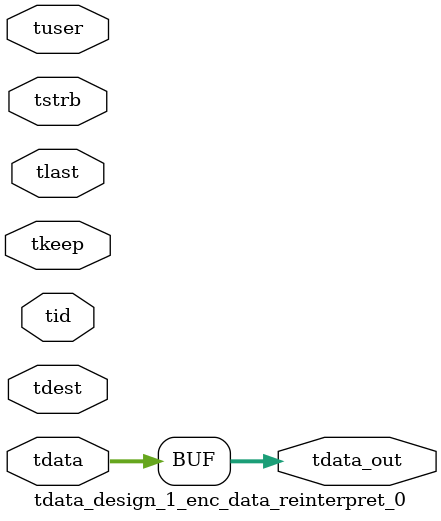
<source format=v>


`timescale 1ps/1ps

module tdata_design_1_enc_data_reinterpret_0 #
(
parameter C_S_AXIS_TDATA_WIDTH = 32,
parameter C_S_AXIS_TUSER_WIDTH = 0,
parameter C_S_AXIS_TID_WIDTH   = 0,
parameter C_S_AXIS_TDEST_WIDTH = 0,
parameter C_M_AXIS_TDATA_WIDTH = 32
)
(
input  [(C_S_AXIS_TDATA_WIDTH == 0 ? 1 : C_S_AXIS_TDATA_WIDTH)-1:0     ] tdata,
input  [(C_S_AXIS_TUSER_WIDTH == 0 ? 1 : C_S_AXIS_TUSER_WIDTH)-1:0     ] tuser,
input  [(C_S_AXIS_TID_WIDTH   == 0 ? 1 : C_S_AXIS_TID_WIDTH)-1:0       ] tid,
input  [(C_S_AXIS_TDEST_WIDTH == 0 ? 1 : C_S_AXIS_TDEST_WIDTH)-1:0     ] tdest,
input  [(C_S_AXIS_TDATA_WIDTH/8)-1:0 ] tkeep,
input  [(C_S_AXIS_TDATA_WIDTH/8)-1:0 ] tstrb,
input                                                                    tlast,
output [C_M_AXIS_TDATA_WIDTH-1:0] tdata_out
);

assign tdata_out = {tdata[95:0]};

endmodule


</source>
